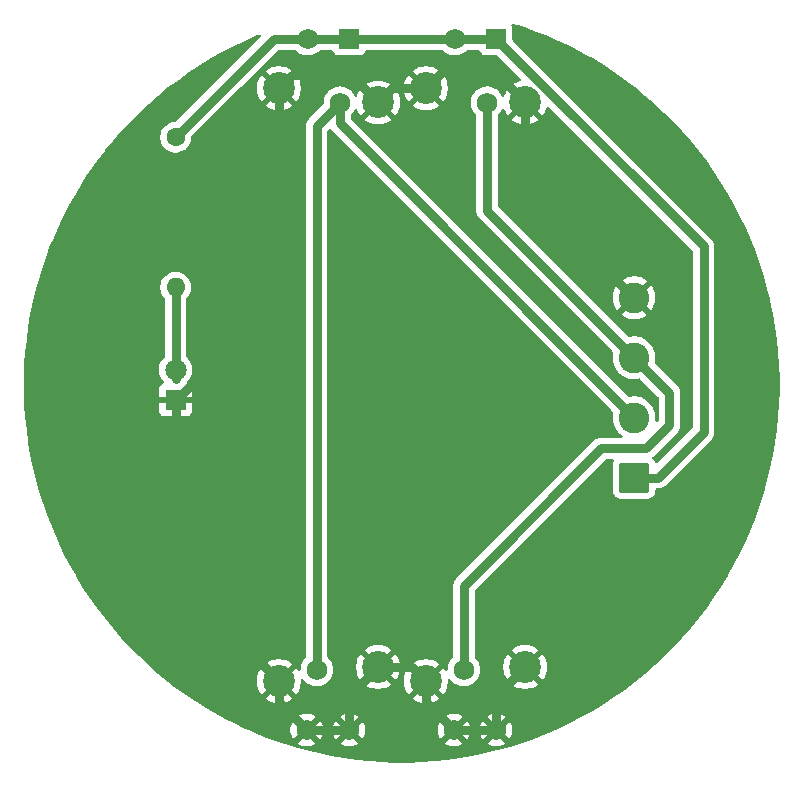
<source format=gbr>
%TF.GenerationSoftware,KiCad,Pcbnew,9.0.0*%
%TF.CreationDate,2025-03-25T15:05:35+01:00*%
%TF.ProjectId,LEDstripCtrl,4c454473-7472-4697-9043-74726c2e6b69,rev?*%
%TF.SameCoordinates,Original*%
%TF.FileFunction,Copper,L2,Bot*%
%TF.FilePolarity,Positive*%
%FSLAX46Y46*%
G04 Gerber Fmt 4.6, Leading zero omitted, Abs format (unit mm)*
G04 Created by KiCad (PCBNEW 9.0.0) date 2025-03-25 15:05:35*
%MOMM*%
%LPD*%
G01*
G04 APERTURE LIST*
G04 Aperture macros list*
%AMRoundRect*
0 Rectangle with rounded corners*
0 $1 Rounding radius*
0 $2 $3 $4 $5 $6 $7 $8 $9 X,Y pos of 4 corners*
0 Add a 4 corners polygon primitive as box body*
4,1,4,$2,$3,$4,$5,$6,$7,$8,$9,$2,$3,0*
0 Add four circle primitives for the rounded corners*
1,1,$1+$1,$2,$3*
1,1,$1+$1,$4,$5*
1,1,$1+$1,$6,$7*
1,1,$1+$1,$8,$9*
0 Add four rect primitives between the rounded corners*
20,1,$1+$1,$2,$3,$4,$5,0*
20,1,$1+$1,$4,$5,$6,$7,0*
20,1,$1+$1,$6,$7,$8,$9,0*
20,1,$1+$1,$8,$9,$2,$3,0*%
G04 Aperture macros list end*
%TA.AperFunction,ComponentPad*%
%ADD10R,1.750000X1.750000*%
%TD*%
%TA.AperFunction,ComponentPad*%
%ADD11C,1.750000*%
%TD*%
%TA.AperFunction,ComponentPad*%
%ADD12C,2.700000*%
%TD*%
%TA.AperFunction,ComponentPad*%
%ADD13R,1.800000X1.800000*%
%TD*%
%TA.AperFunction,ComponentPad*%
%ADD14C,1.800000*%
%TD*%
%TA.AperFunction,ComponentPad*%
%ADD15RoundRect,0.250000X1.050000X-1.050000X1.050000X1.050000X-1.050000X1.050000X-1.050000X-1.050000X0*%
%TD*%
%TA.AperFunction,ComponentPad*%
%ADD16C,2.600000*%
%TD*%
%TA.AperFunction,ComponentPad*%
%ADD17C,1.600000*%
%TD*%
%TA.AperFunction,ComponentPad*%
%ADD18O,1.600000X1.600000*%
%TD*%
%TA.AperFunction,Conductor*%
%ADD19C,0.800000*%
%TD*%
G04 APERTURE END LIST*
D10*
%TO.P,RV1,1,1*%
%TO.N,+3.3V*%
X144000000Y-81550000D03*
D11*
X140500000Y-81550000D03*
%TO.P,RV1,2,2*%
%TO.N,Net-(J1-Pin_2)*%
X143220000Y-86930000D03*
X141260000Y-134930000D03*
%TO.P,RV1,3,3*%
%TO.N,GNDREF*%
X144000000Y-140050000D03*
X140403500Y-140050000D03*
D12*
%TO.P,RV1,MP,MountPin*%
X138050000Y-85700000D03*
X146450000Y-86900000D03*
X146450000Y-134700000D03*
X138050000Y-135900000D03*
%TD*%
D13*
%TO.P,D1,1,K*%
%TO.N,GNDREF*%
X129300000Y-112070000D03*
D14*
%TO.P,D1,2,A*%
%TO.N,Net-(D1-A)*%
X129300000Y-109530000D03*
%TD*%
D15*
%TO.P,J1,1,Pin_1*%
%TO.N,+3.3V*%
X168122500Y-118670000D03*
D16*
%TO.P,J1,2,Pin_2*%
%TO.N,Net-(J1-Pin_2)*%
X168122500Y-113590000D03*
%TO.P,J1,3,Pin_3*%
%TO.N,Net-(J1-Pin_3)*%
X168122500Y-108510000D03*
%TO.P,J1,4,Pin_4*%
%TO.N,GNDREF*%
X168122500Y-103430000D03*
%TD*%
D10*
%TO.P,RV2,1,1*%
%TO.N,+3.3V*%
X156450000Y-81550000D03*
D11*
X152950000Y-81550000D03*
%TO.P,RV2,2,2*%
%TO.N,Net-(J1-Pin_3)*%
X155670000Y-86930000D03*
X153710000Y-134930000D03*
%TO.P,RV2,3,3*%
%TO.N,GNDREF*%
X156450000Y-140050000D03*
X152853500Y-140050000D03*
D12*
%TO.P,RV2,MP,MountPin*%
X150500000Y-85700000D03*
X158900000Y-86900000D03*
X158900000Y-134700000D03*
X150500000Y-135900000D03*
%TD*%
D17*
%TO.P,R1,1*%
%TO.N,+3.3V*%
X129300000Y-89850000D03*
D18*
%TO.P,R1,2*%
%TO.N,Net-(D1-A)*%
X129300000Y-102550000D03*
%TD*%
D19*
%TO.N,+3.3V*%
X174000000Y-99100000D02*
X174000000Y-114800000D01*
X144000000Y-81550000D02*
X152950000Y-81550000D01*
X174000000Y-114800000D02*
X170130000Y-118670000D01*
X140500000Y-81550000D02*
X144000000Y-81550000D01*
X170130000Y-118670000D02*
X168122500Y-118670000D01*
X137600000Y-81550000D02*
X140500000Y-81550000D01*
X129300000Y-89850000D02*
X137600000Y-81550000D01*
X156450000Y-81550000D02*
X174000000Y-99100000D01*
X152950000Y-81550000D02*
X156450000Y-81550000D01*
%TO.N,Net-(J1-Pin_2)*%
X141260000Y-88890000D02*
X143220000Y-86930000D01*
X168122500Y-113590000D02*
X143220000Y-88687500D01*
X143220000Y-88687500D02*
X143220000Y-86930000D01*
X141260000Y-134930000D02*
X141260000Y-88890000D01*
%TO.N,Net-(J1-Pin_3)*%
X168122500Y-108510000D02*
X171100000Y-111487500D01*
X171100000Y-114200000D02*
X169100000Y-116200000D01*
X155670000Y-96057500D02*
X155670000Y-86930000D01*
X153710000Y-127831038D02*
X153710000Y-134930000D01*
X168790000Y-108510000D02*
X168122500Y-108510000D01*
X165341038Y-116200000D02*
X153710000Y-127831038D01*
X168122500Y-108510000D02*
X155670000Y-96057500D01*
X171100000Y-111487500D02*
X171100000Y-114200000D01*
X169100000Y-116200000D02*
X165341038Y-116200000D01*
%TO.N,GNDREF*%
X129300000Y-127150000D02*
X138050000Y-135900000D01*
X144150000Y-84600000D02*
X139150000Y-84600000D01*
X150500000Y-85700000D02*
X147650000Y-85700000D01*
X138050000Y-137696500D02*
X140403500Y-140050000D01*
X156450000Y-140050000D02*
X156450000Y-137150000D01*
X156450000Y-137150000D02*
X158900000Y-134700000D01*
X158900000Y-94207500D02*
X168122500Y-103430000D01*
X138050000Y-135900000D02*
X138050000Y-137696500D01*
X158900000Y-86900000D02*
X158900000Y-94207500D01*
X156350000Y-84350000D02*
X151850000Y-84350000D01*
X152853500Y-140050000D02*
X156450000Y-140050000D01*
X149300000Y-134700000D02*
X150500000Y-135900000D01*
X129300000Y-112070000D02*
X129300000Y-127150000D01*
X144000000Y-140050000D02*
X144000000Y-137150000D01*
X146450000Y-134700000D02*
X149300000Y-134700000D01*
X158900000Y-86900000D02*
X156350000Y-84350000D01*
X140403500Y-140050000D02*
X144000000Y-140050000D01*
X150500000Y-137696500D02*
X152853500Y-140050000D01*
X138050000Y-103320000D02*
X129300000Y-112070000D01*
X146450000Y-86900000D02*
X144150000Y-84600000D01*
X144000000Y-137150000D02*
X146450000Y-134700000D01*
X150500000Y-135900000D02*
X150500000Y-137696500D01*
X139150000Y-84600000D02*
X138050000Y-85700000D01*
X147650000Y-85700000D02*
X146450000Y-86900000D01*
X138050000Y-85700000D02*
X138050000Y-103320000D01*
X151850000Y-84350000D02*
X150500000Y-85700000D01*
%TO.N,Net-(D1-A)*%
X129300000Y-102550000D02*
X129300000Y-110330000D01*
%TD*%
%TA.AperFunction,Conductor*%
%TO.N,GNDREF*%
G36*
X157898933Y-80231300D02*
G01*
X158647645Y-80468930D01*
X158651625Y-80470269D01*
X159677226Y-80834768D01*
X159681150Y-80836239D01*
X160693723Y-81235547D01*
X160697635Y-81237167D01*
X161695937Y-81670791D01*
X161699791Y-81672544D01*
X161732957Y-81688317D01*
X162682727Y-82140006D01*
X162686476Y-82141868D01*
X163652914Y-82642636D01*
X163656613Y-82644634D01*
X164055286Y-82868797D01*
X164605375Y-83178097D01*
X164609029Y-83180235D01*
X165538973Y-83745746D01*
X165542553Y-83748007D01*
X166452705Y-84344975D01*
X166456198Y-84347353D01*
X167345406Y-84975024D01*
X167348787Y-84977498D01*
X167691282Y-85237220D01*
X168216075Y-85635184D01*
X168219405Y-85637800D01*
X169063715Y-86324697D01*
X169066953Y-86327425D01*
X169887280Y-87042714D01*
X169890424Y-87045550D01*
X170685924Y-87788494D01*
X170688968Y-87791437D01*
X171458562Y-88561031D01*
X171461505Y-88564075D01*
X172204449Y-89359575D01*
X172207285Y-89362719D01*
X172922574Y-90183046D01*
X172925302Y-90186284D01*
X173612199Y-91030594D01*
X173614815Y-91033924D01*
X174272488Y-91901194D01*
X174274988Y-91904611D01*
X174902641Y-92793794D01*
X174905024Y-92797294D01*
X175501992Y-93707446D01*
X175504253Y-93711026D01*
X176069764Y-94640970D01*
X176071902Y-94644624D01*
X176605358Y-95593373D01*
X176607370Y-95597099D01*
X177108120Y-96563502D01*
X177110003Y-96567294D01*
X177577455Y-97550208D01*
X177579208Y-97554062D01*
X178012832Y-98552364D01*
X178014452Y-98556276D01*
X178413760Y-99568849D01*
X178415246Y-99572814D01*
X178779724Y-100598358D01*
X178781074Y-100602371D01*
X179110340Y-101639803D01*
X179111552Y-101643860D01*
X179405211Y-102691942D01*
X179406282Y-102696034D01*
X179610522Y-103534135D01*
X179663980Y-103753500D01*
X179664912Y-103757631D01*
X179886355Y-104823276D01*
X179887146Y-104827435D01*
X180072083Y-105900044D01*
X180072731Y-105904228D01*
X180220937Y-106982509D01*
X180221442Y-106986713D01*
X180332749Y-108069435D01*
X180333110Y-108073654D01*
X180407386Y-109159530D01*
X180407603Y-109163758D01*
X180444764Y-110251563D01*
X180444836Y-110255797D01*
X180444836Y-111344202D01*
X180444764Y-111348436D01*
X180407603Y-112436241D01*
X180407386Y-112440469D01*
X180333110Y-113526345D01*
X180332749Y-113530564D01*
X180221442Y-114613286D01*
X180220937Y-114617490D01*
X180072731Y-115695771D01*
X180072083Y-115699955D01*
X179887146Y-116772564D01*
X179886355Y-116776723D01*
X179664912Y-117842368D01*
X179663980Y-117846499D01*
X179406283Y-118903961D01*
X179405211Y-118908057D01*
X179111552Y-119956139D01*
X179110340Y-119960196D01*
X178781074Y-120997628D01*
X178779724Y-121001641D01*
X178415246Y-122027185D01*
X178413760Y-122031150D01*
X178014452Y-123043723D01*
X178012832Y-123047635D01*
X177579208Y-124045937D01*
X177577455Y-124049791D01*
X177110003Y-125032705D01*
X177108120Y-125036497D01*
X176607370Y-126002900D01*
X176605358Y-126006626D01*
X176071902Y-126955375D01*
X176069764Y-126959029D01*
X175504253Y-127888973D01*
X175501992Y-127892553D01*
X174905024Y-128802705D01*
X174902641Y-128806205D01*
X174274988Y-129695388D01*
X174272488Y-129698805D01*
X173614815Y-130566075D01*
X173612199Y-130569405D01*
X172925302Y-131413715D01*
X172922574Y-131416953D01*
X172207285Y-132237280D01*
X172204449Y-132240424D01*
X171461505Y-133035924D01*
X171458562Y-133038968D01*
X170688968Y-133808562D01*
X170685924Y-133811505D01*
X169890424Y-134554449D01*
X169887280Y-134557285D01*
X169066953Y-135272574D01*
X169063715Y-135275302D01*
X168219405Y-135962199D01*
X168216075Y-135964815D01*
X167348805Y-136622488D01*
X167345388Y-136624988D01*
X166456205Y-137252641D01*
X166452705Y-137255024D01*
X165542553Y-137851992D01*
X165538973Y-137854253D01*
X164609029Y-138419764D01*
X164605375Y-138421902D01*
X163656626Y-138955358D01*
X163652900Y-138957370D01*
X162686497Y-139458120D01*
X162682705Y-139460003D01*
X161699791Y-139927455D01*
X161695937Y-139929208D01*
X160697635Y-140362832D01*
X160693723Y-140364452D01*
X159681150Y-140763760D01*
X159677185Y-140765246D01*
X158651641Y-141129724D01*
X158647628Y-141131074D01*
X157610196Y-141460340D01*
X157606139Y-141461552D01*
X156558057Y-141755211D01*
X156553961Y-141756283D01*
X155496499Y-142013980D01*
X155492368Y-142014912D01*
X154426723Y-142236355D01*
X154422564Y-142237146D01*
X153349955Y-142422083D01*
X153345771Y-142422731D01*
X152267490Y-142570937D01*
X152263286Y-142571442D01*
X151180564Y-142682749D01*
X151176345Y-142683110D01*
X150090469Y-142757386D01*
X150086241Y-142757603D01*
X148998437Y-142794764D01*
X148994203Y-142794836D01*
X147905797Y-142794836D01*
X147901563Y-142794764D01*
X146813758Y-142757603D01*
X146809530Y-142757386D01*
X145723654Y-142683110D01*
X145719435Y-142682749D01*
X144636713Y-142571442D01*
X144632509Y-142570937D01*
X143554228Y-142422731D01*
X143550044Y-142422083D01*
X142477435Y-142237146D01*
X142473276Y-142236355D01*
X141407631Y-142014912D01*
X141403500Y-142013980D01*
X140346038Y-141756283D01*
X140341942Y-141755211D01*
X139293860Y-141461552D01*
X139289803Y-141460340D01*
X138639991Y-141254099D01*
X138252371Y-141131074D01*
X138248358Y-141129724D01*
X137537576Y-140877112D01*
X137222805Y-140765242D01*
X137218849Y-140763760D01*
X136206276Y-140364452D01*
X136202364Y-140362832D01*
X135483642Y-140050647D01*
X135233003Y-139941779D01*
X139028500Y-139941779D01*
X139028500Y-140158220D01*
X139062357Y-140371981D01*
X139129235Y-140577814D01*
X139129236Y-140577817D01*
X139227496Y-140770660D01*
X139270329Y-140829615D01*
X139270330Y-140829616D01*
X139838887Y-140261059D01*
X139844389Y-140281591D01*
X139923381Y-140418408D01*
X140035092Y-140530119D01*
X140171909Y-140609111D01*
X140192439Y-140614612D01*
X139623882Y-141183168D01*
X139682842Y-141226005D01*
X139875682Y-141324263D01*
X139875685Y-141324264D01*
X140081518Y-141391142D01*
X140295280Y-141425000D01*
X140511720Y-141425000D01*
X140725481Y-141391142D01*
X140931314Y-141324264D01*
X140931317Y-141324263D01*
X141124156Y-141226006D01*
X141183115Y-141183168D01*
X141183116Y-141183168D01*
X140614559Y-140614612D01*
X140635091Y-140609111D01*
X140771908Y-140530119D01*
X140883619Y-140418408D01*
X140962611Y-140281591D01*
X140968112Y-140261060D01*
X141536668Y-140829616D01*
X141536668Y-140829615D01*
X141579506Y-140770656D01*
X141677763Y-140577817D01*
X141677764Y-140577814D01*
X141744642Y-140371981D01*
X141778500Y-140158220D01*
X141778500Y-139941779D01*
X142625000Y-139941779D01*
X142625000Y-140158220D01*
X142658857Y-140371981D01*
X142725735Y-140577814D01*
X142725736Y-140577817D01*
X142823996Y-140770660D01*
X142866829Y-140829615D01*
X142866830Y-140829616D01*
X143435387Y-140261059D01*
X143440889Y-140281591D01*
X143519881Y-140418408D01*
X143631592Y-140530119D01*
X143768409Y-140609111D01*
X143788939Y-140614612D01*
X143220382Y-141183168D01*
X143279342Y-141226005D01*
X143472182Y-141324263D01*
X143472185Y-141324264D01*
X143678018Y-141391142D01*
X143891780Y-141425000D01*
X144108220Y-141425000D01*
X144321981Y-141391142D01*
X144527814Y-141324264D01*
X144527817Y-141324263D01*
X144720656Y-141226006D01*
X144779615Y-141183168D01*
X144779616Y-141183168D01*
X144211059Y-140614612D01*
X144231591Y-140609111D01*
X144368408Y-140530119D01*
X144480119Y-140418408D01*
X144559111Y-140281591D01*
X144564612Y-140261060D01*
X145133168Y-140829616D01*
X145133168Y-140829615D01*
X145176006Y-140770656D01*
X145274263Y-140577817D01*
X145274264Y-140577814D01*
X145341142Y-140371981D01*
X145375000Y-140158220D01*
X145375000Y-139941779D01*
X151478500Y-139941779D01*
X151478500Y-140158220D01*
X151512357Y-140371981D01*
X151579235Y-140577814D01*
X151579236Y-140577817D01*
X151677496Y-140770660D01*
X151720329Y-140829615D01*
X151720330Y-140829616D01*
X152288887Y-140261059D01*
X152294389Y-140281591D01*
X152373381Y-140418408D01*
X152485092Y-140530119D01*
X152621909Y-140609111D01*
X152642439Y-140614612D01*
X152073882Y-141183168D01*
X152132842Y-141226005D01*
X152325682Y-141324263D01*
X152325685Y-141324264D01*
X152531518Y-141391142D01*
X152745280Y-141425000D01*
X152961720Y-141425000D01*
X153175481Y-141391142D01*
X153381314Y-141324264D01*
X153381317Y-141324263D01*
X153574156Y-141226006D01*
X153633115Y-141183168D01*
X153633116Y-141183168D01*
X153064559Y-140614612D01*
X153085091Y-140609111D01*
X153221908Y-140530119D01*
X153333619Y-140418408D01*
X153412611Y-140281591D01*
X153418112Y-140261060D01*
X153986668Y-140829616D01*
X153986668Y-140829615D01*
X154029506Y-140770656D01*
X154127763Y-140577817D01*
X154127764Y-140577814D01*
X154194642Y-140371981D01*
X154228500Y-140158220D01*
X154228500Y-139941779D01*
X155075000Y-139941779D01*
X155075000Y-140158220D01*
X155108857Y-140371981D01*
X155175735Y-140577814D01*
X155175736Y-140577817D01*
X155273996Y-140770660D01*
X155316829Y-140829615D01*
X155316830Y-140829616D01*
X155885387Y-140261059D01*
X155890889Y-140281591D01*
X155969881Y-140418408D01*
X156081592Y-140530119D01*
X156218409Y-140609111D01*
X156238939Y-140614612D01*
X155670382Y-141183168D01*
X155729342Y-141226005D01*
X155922182Y-141324263D01*
X155922185Y-141324264D01*
X156128018Y-141391142D01*
X156341780Y-141425000D01*
X156558220Y-141425000D01*
X156771981Y-141391142D01*
X156977814Y-141324264D01*
X156977817Y-141324263D01*
X157170656Y-141226006D01*
X157229615Y-141183168D01*
X157229616Y-141183168D01*
X156661059Y-140614612D01*
X156681591Y-140609111D01*
X156818408Y-140530119D01*
X156930119Y-140418408D01*
X157009111Y-140281591D01*
X157014612Y-140261059D01*
X157583168Y-140829616D01*
X157583168Y-140829615D01*
X157626006Y-140770656D01*
X157724263Y-140577817D01*
X157724264Y-140577814D01*
X157791142Y-140371981D01*
X157825000Y-140158220D01*
X157825000Y-139941779D01*
X157791142Y-139728018D01*
X157724264Y-139522185D01*
X157724263Y-139522182D01*
X157626005Y-139329342D01*
X157583168Y-139270383D01*
X157583168Y-139270382D01*
X157014612Y-139838939D01*
X157009111Y-139818409D01*
X156930119Y-139681592D01*
X156818408Y-139569881D01*
X156681591Y-139490889D01*
X156661058Y-139485387D01*
X157229616Y-138916830D01*
X157229615Y-138916829D01*
X157170660Y-138873996D01*
X156977817Y-138775736D01*
X156977814Y-138775735D01*
X156771981Y-138708857D01*
X156558220Y-138675000D01*
X156341780Y-138675000D01*
X156128018Y-138708857D01*
X155922185Y-138775735D01*
X155922182Y-138775736D01*
X155729346Y-138873992D01*
X155670383Y-138916830D01*
X156238941Y-139485387D01*
X156218409Y-139490889D01*
X156081592Y-139569881D01*
X155969881Y-139681592D01*
X155890889Y-139818409D01*
X155885387Y-139838940D01*
X155316830Y-139270383D01*
X155273992Y-139329346D01*
X155175736Y-139522182D01*
X155175735Y-139522185D01*
X155108857Y-139728018D01*
X155075000Y-139941779D01*
X154228500Y-139941779D01*
X154194642Y-139728018D01*
X154127764Y-139522185D01*
X154127763Y-139522182D01*
X154029505Y-139329342D01*
X153986668Y-139270383D01*
X153986668Y-139270382D01*
X153418112Y-139838939D01*
X153412611Y-139818409D01*
X153333619Y-139681592D01*
X153221908Y-139569881D01*
X153085091Y-139490889D01*
X153064558Y-139485387D01*
X153633116Y-138916830D01*
X153633115Y-138916829D01*
X153574160Y-138873996D01*
X153381317Y-138775736D01*
X153381314Y-138775735D01*
X153175481Y-138708857D01*
X152961720Y-138675000D01*
X152745280Y-138675000D01*
X152531518Y-138708857D01*
X152325685Y-138775735D01*
X152325682Y-138775736D01*
X152132846Y-138873992D01*
X152073883Y-138916830D01*
X152642441Y-139485387D01*
X152621909Y-139490889D01*
X152485092Y-139569881D01*
X152373381Y-139681592D01*
X152294389Y-139818409D01*
X152288887Y-139838940D01*
X151720330Y-139270383D01*
X151677492Y-139329346D01*
X151579236Y-139522182D01*
X151579235Y-139522185D01*
X151512357Y-139728018D01*
X151478500Y-139941779D01*
X145375000Y-139941779D01*
X145341142Y-139728018D01*
X145274264Y-139522185D01*
X145274263Y-139522182D01*
X145176005Y-139329342D01*
X145133168Y-139270383D01*
X145133168Y-139270382D01*
X144564612Y-139838939D01*
X144559111Y-139818409D01*
X144480119Y-139681592D01*
X144368408Y-139569881D01*
X144231591Y-139490889D01*
X144211058Y-139485387D01*
X144779616Y-138916830D01*
X144779615Y-138916829D01*
X144720660Y-138873996D01*
X144527817Y-138775736D01*
X144527814Y-138775735D01*
X144321981Y-138708857D01*
X144108220Y-138675000D01*
X143891780Y-138675000D01*
X143678018Y-138708857D01*
X143472185Y-138775735D01*
X143472182Y-138775736D01*
X143279346Y-138873992D01*
X143220383Y-138916830D01*
X143788941Y-139485387D01*
X143768409Y-139490889D01*
X143631592Y-139569881D01*
X143519881Y-139681592D01*
X143440889Y-139818409D01*
X143435387Y-139838940D01*
X142866830Y-139270383D01*
X142823992Y-139329346D01*
X142725736Y-139522182D01*
X142725735Y-139522185D01*
X142658857Y-139728018D01*
X142625000Y-139941779D01*
X141778500Y-139941779D01*
X141744642Y-139728018D01*
X141677764Y-139522185D01*
X141677763Y-139522182D01*
X141579505Y-139329342D01*
X141536668Y-139270383D01*
X141536668Y-139270382D01*
X140968112Y-139838939D01*
X140962611Y-139818409D01*
X140883619Y-139681592D01*
X140771908Y-139569881D01*
X140635091Y-139490889D01*
X140614558Y-139485387D01*
X141183116Y-138916830D01*
X141183115Y-138916829D01*
X141124160Y-138873996D01*
X140931317Y-138775736D01*
X140931314Y-138775735D01*
X140725481Y-138708857D01*
X140511720Y-138675000D01*
X140295280Y-138675000D01*
X140081518Y-138708857D01*
X139875685Y-138775735D01*
X139875682Y-138775736D01*
X139682846Y-138873992D01*
X139623883Y-138916830D01*
X140192441Y-139485387D01*
X140171909Y-139490889D01*
X140035092Y-139569881D01*
X139923381Y-139681592D01*
X139844389Y-139818409D01*
X139838887Y-139838940D01*
X139270330Y-139270383D01*
X139227492Y-139329346D01*
X139129236Y-139522182D01*
X139129235Y-139522185D01*
X139062357Y-139728018D01*
X139028500Y-139941779D01*
X135233003Y-139941779D01*
X135204062Y-139929208D01*
X135200208Y-139927455D01*
X134217294Y-139460003D01*
X134213502Y-139458120D01*
X133472545Y-139074187D01*
X133247099Y-138957370D01*
X133243373Y-138955358D01*
X132294624Y-138421902D01*
X132290970Y-138419764D01*
X131361026Y-137854253D01*
X131357446Y-137851992D01*
X130712040Y-137428671D01*
X130447294Y-137255024D01*
X130443794Y-137252641D01*
X129689201Y-136719992D01*
X129554603Y-136624982D01*
X129551194Y-136622488D01*
X129455604Y-136550000D01*
X129208708Y-136362772D01*
X128683924Y-135964815D01*
X128680594Y-135962199D01*
X128568340Y-135870874D01*
X127836284Y-135275302D01*
X127833046Y-135272574D01*
X127025557Y-134568479D01*
X127025550Y-134568474D01*
X127012718Y-134557285D01*
X127009575Y-134554449D01*
X126214075Y-133811505D01*
X126211031Y-133808562D01*
X125441437Y-133038968D01*
X125438494Y-133035924D01*
X124695550Y-132240424D01*
X124692714Y-132237280D01*
X123977425Y-131416953D01*
X123974697Y-131413715D01*
X123287800Y-130569405D01*
X123285184Y-130566075D01*
X122627511Y-129698805D01*
X122625011Y-129695388D01*
X121997358Y-128806205D01*
X121994975Y-128802705D01*
X121398007Y-127892553D01*
X121395746Y-127888973D01*
X120830235Y-126959029D01*
X120828097Y-126955375D01*
X120294641Y-126006626D01*
X120292629Y-126002900D01*
X119791868Y-125036476D01*
X119789996Y-125032705D01*
X119322544Y-124049791D01*
X119320791Y-124045937D01*
X118887167Y-123047635D01*
X118885547Y-123043723D01*
X118486239Y-122031150D01*
X118484768Y-122027226D01*
X118120269Y-121001625D01*
X118118925Y-120997628D01*
X117930774Y-120404814D01*
X117789657Y-119960192D01*
X117788447Y-119956139D01*
X117765096Y-119872797D01*
X117494776Y-118908012D01*
X117493727Y-118904006D01*
X117236009Y-117846455D01*
X117235094Y-117842401D01*
X117013644Y-116776723D01*
X117012853Y-116772564D01*
X116827911Y-115699927D01*
X116827272Y-115695799D01*
X116679056Y-114617445D01*
X116678562Y-114613332D01*
X116567248Y-113530546D01*
X116566889Y-113526345D01*
X116492610Y-112440413D01*
X116492398Y-112436296D01*
X116455236Y-111348435D01*
X116455164Y-111344202D01*
X116455164Y-110255797D01*
X116455236Y-110251564D01*
X116459447Y-110128284D01*
X116483650Y-109419778D01*
X127899500Y-109419778D01*
X127899500Y-109640221D01*
X127933985Y-109857952D01*
X128002103Y-110067603D01*
X128002104Y-110067606D01*
X128070122Y-110201096D01*
X128097994Y-110255797D01*
X128102187Y-110264025D01*
X128231752Y-110442358D01*
X128231756Y-110442363D01*
X128282316Y-110492923D01*
X128315801Y-110554246D01*
X128310817Y-110623938D01*
X128268945Y-110679871D01*
X128237969Y-110696785D01*
X128157918Y-110726643D01*
X128157906Y-110726649D01*
X128042812Y-110812809D01*
X128042809Y-110812812D01*
X127956649Y-110927906D01*
X127956645Y-110927913D01*
X127906403Y-111062620D01*
X127906401Y-111062627D01*
X127900000Y-111122155D01*
X127900000Y-111820000D01*
X128924722Y-111820000D01*
X128880667Y-111896306D01*
X128850000Y-112010756D01*
X128850000Y-112129244D01*
X128880667Y-112243694D01*
X128924722Y-112320000D01*
X127900000Y-112320000D01*
X127900000Y-113017844D01*
X127906401Y-113077372D01*
X127906403Y-113077379D01*
X127956645Y-113212086D01*
X127956649Y-113212093D01*
X128042809Y-113327187D01*
X128042812Y-113327190D01*
X128157906Y-113413350D01*
X128157913Y-113413354D01*
X128292620Y-113463596D01*
X128292627Y-113463598D01*
X128352155Y-113469999D01*
X128352172Y-113470000D01*
X129050000Y-113470000D01*
X129050000Y-112445277D01*
X129126306Y-112489333D01*
X129240756Y-112520000D01*
X129359244Y-112520000D01*
X129473694Y-112489333D01*
X129550000Y-112445277D01*
X129550000Y-113470000D01*
X130247828Y-113470000D01*
X130247844Y-113469999D01*
X130307372Y-113463598D01*
X130307379Y-113463596D01*
X130442086Y-113413354D01*
X130442093Y-113413350D01*
X130557187Y-113327190D01*
X130557190Y-113327187D01*
X130643350Y-113212093D01*
X130643354Y-113212086D01*
X130693596Y-113077379D01*
X130693598Y-113077372D01*
X130699999Y-113017844D01*
X130700000Y-113017827D01*
X130700000Y-112320000D01*
X129675278Y-112320000D01*
X129719333Y-112243694D01*
X129750000Y-112129244D01*
X129750000Y-112010756D01*
X129719333Y-111896306D01*
X129675278Y-111820000D01*
X130700000Y-111820000D01*
X130700000Y-111122172D01*
X130699999Y-111122155D01*
X130693598Y-111062627D01*
X130693596Y-111062620D01*
X130643354Y-110927913D01*
X130643350Y-110927906D01*
X130557190Y-110812812D01*
X130557187Y-110812809D01*
X130442093Y-110726649D01*
X130442087Y-110726646D01*
X130362030Y-110696786D01*
X130306097Y-110654914D01*
X130281680Y-110589450D01*
X130296532Y-110521177D01*
X130317681Y-110492925D01*
X130368242Y-110442365D01*
X130497815Y-110264022D01*
X130597895Y-110067606D01*
X130666015Y-109857951D01*
X130700500Y-109640222D01*
X130700500Y-109419778D01*
X130666015Y-109202049D01*
X130597895Y-108992394D01*
X130597895Y-108992393D01*
X130531460Y-108862010D01*
X130497815Y-108795978D01*
X130485750Y-108779372D01*
X130368248Y-108617642D01*
X130368244Y-108617638D01*
X130368242Y-108617635D01*
X130236818Y-108486211D01*
X130203334Y-108424888D01*
X130200500Y-108398530D01*
X130200500Y-103540047D01*
X130220185Y-103473008D01*
X130236819Y-103452366D01*
X130259186Y-103429999D01*
X130291966Y-103397219D01*
X130291968Y-103397215D01*
X130291971Y-103397213D01*
X130353860Y-103312028D01*
X130412287Y-103231610D01*
X130505220Y-103049219D01*
X130568477Y-102854534D01*
X130600500Y-102652352D01*
X130600500Y-102447648D01*
X130568477Y-102245466D01*
X130505220Y-102050781D01*
X130505218Y-102050778D01*
X130505218Y-102050776D01*
X130443755Y-101930150D01*
X130412287Y-101868390D01*
X130404556Y-101857749D01*
X130291971Y-101702786D01*
X130147213Y-101558028D01*
X129981613Y-101437715D01*
X129981612Y-101437714D01*
X129981610Y-101437713D01*
X129924653Y-101408691D01*
X129799223Y-101344781D01*
X129604534Y-101281522D01*
X129429995Y-101253878D01*
X129402352Y-101249500D01*
X129197648Y-101249500D01*
X129173329Y-101253351D01*
X128995465Y-101281522D01*
X128800776Y-101344781D01*
X128618386Y-101437715D01*
X128452786Y-101558028D01*
X128308028Y-101702786D01*
X128187715Y-101868386D01*
X128094781Y-102050776D01*
X128031522Y-102245465D01*
X127999500Y-102447648D01*
X127999500Y-102652351D01*
X128031522Y-102854534D01*
X128094781Y-103049223D01*
X128187715Y-103231613D01*
X128308028Y-103397213D01*
X128363181Y-103452366D01*
X128396666Y-103513689D01*
X128399500Y-103540047D01*
X128399500Y-108398530D01*
X128379815Y-108465569D01*
X128363182Y-108486211D01*
X128231751Y-108617642D01*
X128102187Y-108795974D01*
X128002104Y-108992393D01*
X128002103Y-108992396D01*
X127933985Y-109202047D01*
X127899500Y-109419778D01*
X116483650Y-109419778D01*
X116492398Y-109163700D01*
X116492609Y-109159589D01*
X116566890Y-108073630D01*
X116567250Y-108069435D01*
X116575041Y-107993651D01*
X116678563Y-106986660D01*
X116679055Y-106982561D01*
X116827273Y-105904191D01*
X116827910Y-105900081D01*
X117012855Y-104827421D01*
X117013644Y-104823276D01*
X117077970Y-104513723D01*
X117235097Y-103757585D01*
X117236006Y-103753557D01*
X117493731Y-102695978D01*
X117494772Y-102692001D01*
X117788453Y-101643839D01*
X117789659Y-101639803D01*
X118118936Y-100602337D01*
X118120263Y-100598391D01*
X118484775Y-99572754D01*
X118486239Y-99568849D01*
X118503783Y-99524362D01*
X118706105Y-99011308D01*
X118885547Y-98556276D01*
X118887167Y-98552364D01*
X118898635Y-98525964D01*
X119320795Y-97554051D01*
X119322544Y-97550208D01*
X119759443Y-96631539D01*
X119790018Y-96567249D01*
X119791857Y-96563546D01*
X120292649Y-95597061D01*
X120294620Y-95593410D01*
X120828106Y-94644608D01*
X120830235Y-94640970D01*
X121395746Y-93711026D01*
X121398007Y-93707446D01*
X121749204Y-93172003D01*
X121994998Y-92797259D01*
X121997334Y-92793828D01*
X122625044Y-91904564D01*
X122627477Y-91901239D01*
X123285197Y-91033906D01*
X123287800Y-91030594D01*
X123343375Y-90962284D01*
X123974710Y-90186268D01*
X123977425Y-90183046D01*
X124002287Y-90154534D01*
X124692719Y-89362713D01*
X124695550Y-89359575D01*
X124793277Y-89254935D01*
X125438521Y-88564046D01*
X125441407Y-88561061D01*
X126211061Y-87791407D01*
X126214046Y-87788521D01*
X127009580Y-87045544D01*
X127012719Y-87042714D01*
X127017835Y-87038253D01*
X127833062Y-86327411D01*
X127836268Y-86324710D01*
X128680611Y-85637786D01*
X128683906Y-85635197D01*
X129551239Y-84977477D01*
X129554564Y-84975044D01*
X130443828Y-84347334D01*
X130447259Y-84344998D01*
X131357463Y-83747996D01*
X131361008Y-83745757D01*
X132290986Y-83180225D01*
X132294608Y-83178106D01*
X133243410Y-82644620D01*
X133247061Y-82642649D01*
X134213546Y-82141857D01*
X134217249Y-82140018D01*
X135200218Y-81672539D01*
X135204062Y-81670791D01*
X136202419Y-81237143D01*
X136206271Y-81235548D01*
X136368866Y-81171428D01*
X136438451Y-81165147D01*
X136500387Y-81197484D01*
X136535008Y-81258172D01*
X136531323Y-81327945D01*
X136502035Y-81374464D01*
X129363319Y-88513181D01*
X129301996Y-88546666D01*
X129275638Y-88549500D01*
X129197648Y-88549500D01*
X129173329Y-88553351D01*
X128995465Y-88581522D01*
X128800776Y-88644781D01*
X128618386Y-88737715D01*
X128452786Y-88858028D01*
X128308028Y-89002786D01*
X128187715Y-89168386D01*
X128094781Y-89350776D01*
X128031522Y-89545465D01*
X127999500Y-89747648D01*
X127999500Y-89952351D01*
X128031522Y-90154534D01*
X128094781Y-90349223D01*
X128187715Y-90531613D01*
X128308028Y-90697213D01*
X128452786Y-90841971D01*
X128607749Y-90954556D01*
X128618390Y-90962287D01*
X128734607Y-91021503D01*
X128800776Y-91055218D01*
X128800778Y-91055218D01*
X128800781Y-91055220D01*
X128905137Y-91089127D01*
X128995465Y-91118477D01*
X129096557Y-91134488D01*
X129197648Y-91150500D01*
X129197649Y-91150500D01*
X129402351Y-91150500D01*
X129402352Y-91150500D01*
X129604534Y-91118477D01*
X129799219Y-91055220D01*
X129981610Y-90962287D01*
X130074590Y-90894732D01*
X130147213Y-90841971D01*
X130147215Y-90841968D01*
X130147219Y-90841966D01*
X130291966Y-90697219D01*
X130291968Y-90697215D01*
X130291971Y-90697213D01*
X130344732Y-90624590D01*
X130412287Y-90531610D01*
X130505220Y-90349219D01*
X130568477Y-90154534D01*
X130600500Y-89952352D01*
X130600500Y-89874361D01*
X130620185Y-89807322D01*
X130636819Y-89786680D01*
X134844748Y-85578751D01*
X136200000Y-85578751D01*
X136200000Y-85821248D01*
X136200001Y-85821264D01*
X136231653Y-86061687D01*
X136294421Y-86295939D01*
X136387220Y-86519978D01*
X136387227Y-86519992D01*
X136508481Y-86730010D01*
X136577061Y-86819384D01*
X137295884Y-86100560D01*
X137296740Y-86102626D01*
X137389762Y-86241844D01*
X137508156Y-86360238D01*
X137647374Y-86453260D01*
X137649437Y-86454114D01*
X136930614Y-87172936D01*
X136930614Y-87172937D01*
X137019989Y-87241517D01*
X137019996Y-87241522D01*
X137230007Y-87362772D01*
X137230021Y-87362779D01*
X137454060Y-87455578D01*
X137688312Y-87518346D01*
X137928735Y-87549998D01*
X137928752Y-87550000D01*
X138171248Y-87550000D01*
X138171264Y-87549998D01*
X138411687Y-87518346D01*
X138645939Y-87455578D01*
X138869978Y-87362779D01*
X138869992Y-87362772D01*
X139080016Y-87241515D01*
X139169384Y-87172939D01*
X139169384Y-87172936D01*
X138450562Y-86454114D01*
X138452626Y-86453260D01*
X138591844Y-86360238D01*
X138710238Y-86241844D01*
X138803260Y-86102626D01*
X138804114Y-86100562D01*
X139522936Y-86819384D01*
X139522939Y-86819384D01*
X139591515Y-86730016D01*
X139712772Y-86519992D01*
X139712779Y-86519978D01*
X139805578Y-86295939D01*
X139868346Y-86061687D01*
X139899998Y-85821264D01*
X139900000Y-85821248D01*
X139900000Y-85578751D01*
X139899998Y-85578735D01*
X139868346Y-85338312D01*
X139805578Y-85104060D01*
X139712779Y-84880021D01*
X139712772Y-84880007D01*
X139591522Y-84669996D01*
X139591517Y-84669989D01*
X139522937Y-84580614D01*
X139522936Y-84580614D01*
X138804114Y-85299436D01*
X138803260Y-85297374D01*
X138710238Y-85158156D01*
X138591844Y-85039762D01*
X138452626Y-84946740D01*
X138450560Y-84945884D01*
X139169384Y-84227061D01*
X139080010Y-84158481D01*
X138869992Y-84037227D01*
X138869978Y-84037220D01*
X138645939Y-83944421D01*
X138411687Y-83881653D01*
X138171264Y-83850001D01*
X138171248Y-83850000D01*
X137928752Y-83850000D01*
X137928735Y-83850001D01*
X137688312Y-83881653D01*
X137454060Y-83944421D01*
X137230021Y-84037220D01*
X137230006Y-84037227D01*
X137019990Y-84158480D01*
X136930614Y-84227060D01*
X136930614Y-84227061D01*
X137649438Y-84945885D01*
X137647374Y-84946740D01*
X137508156Y-85039762D01*
X137389762Y-85158156D01*
X137296740Y-85297374D01*
X137295885Y-85299438D01*
X136577061Y-84580614D01*
X136577060Y-84580614D01*
X136508480Y-84669990D01*
X136387227Y-84880006D01*
X136387220Y-84880021D01*
X136294421Y-85104060D01*
X136231653Y-85338312D01*
X136200001Y-85578735D01*
X136200000Y-85578751D01*
X134844748Y-85578751D01*
X137936680Y-82486819D01*
X137998003Y-82453334D01*
X138024361Y-82450500D01*
X139403888Y-82450500D01*
X139470927Y-82470185D01*
X139491569Y-82486819D01*
X139603922Y-82599172D01*
X139779081Y-82726433D01*
X139873697Y-82774642D01*
X139971990Y-82824726D01*
X139971993Y-82824727D01*
X140074947Y-82858178D01*
X140177903Y-82891630D01*
X140391746Y-82925500D01*
X140391747Y-82925500D01*
X140608253Y-82925500D01*
X140608254Y-82925500D01*
X140822097Y-82891630D01*
X141028009Y-82824726D01*
X141220919Y-82726433D01*
X141396078Y-82599172D01*
X141508431Y-82486819D01*
X141569754Y-82453334D01*
X141596112Y-82450500D01*
X142514236Y-82450500D01*
X142581275Y-82470185D01*
X142627030Y-82522989D01*
X142630418Y-82531167D01*
X142681202Y-82667328D01*
X142681206Y-82667335D01*
X142767452Y-82782544D01*
X142767455Y-82782547D01*
X142882664Y-82868793D01*
X142882671Y-82868797D01*
X143017517Y-82919091D01*
X143017516Y-82919091D01*
X143024444Y-82919835D01*
X143077127Y-82925500D01*
X144922872Y-82925499D01*
X144982483Y-82919091D01*
X145117331Y-82868796D01*
X145232546Y-82782546D01*
X145318796Y-82667331D01*
X145369091Y-82532483D01*
X145369090Y-82532483D01*
X145369582Y-82531167D01*
X145411453Y-82475233D01*
X145476917Y-82450816D01*
X145485764Y-82450500D01*
X151853888Y-82450500D01*
X151920927Y-82470185D01*
X151941569Y-82486819D01*
X152053922Y-82599172D01*
X152229081Y-82726433D01*
X152323697Y-82774642D01*
X152421990Y-82824726D01*
X152421993Y-82824727D01*
X152524947Y-82858178D01*
X152627903Y-82891630D01*
X152841746Y-82925500D01*
X152841747Y-82925500D01*
X153058253Y-82925500D01*
X153058254Y-82925500D01*
X153272097Y-82891630D01*
X153478009Y-82824726D01*
X153670919Y-82726433D01*
X153846078Y-82599172D01*
X153958431Y-82486819D01*
X154019754Y-82453334D01*
X154046112Y-82450500D01*
X154964236Y-82450500D01*
X155031275Y-82470185D01*
X155077030Y-82522989D01*
X155080418Y-82531167D01*
X155131202Y-82667328D01*
X155131206Y-82667335D01*
X155217452Y-82782544D01*
X155217455Y-82782547D01*
X155332664Y-82868793D01*
X155332671Y-82868797D01*
X155467517Y-82919091D01*
X155467516Y-82919091D01*
X155474444Y-82919835D01*
X155527127Y-82925500D01*
X156500637Y-82925499D01*
X156567676Y-82945183D01*
X156588318Y-82961818D01*
X158520393Y-84893893D01*
X158553878Y-84955216D01*
X158548894Y-85024908D01*
X158507022Y-85080841D01*
X158464806Y-85101349D01*
X158304060Y-85144421D01*
X158080021Y-85237220D01*
X158080006Y-85237227D01*
X157869990Y-85358480D01*
X157780614Y-85427060D01*
X157780614Y-85427061D01*
X158499438Y-86145884D01*
X158497374Y-86146740D01*
X158358156Y-86239762D01*
X158239762Y-86358156D01*
X158146740Y-86497374D01*
X158145885Y-86499438D01*
X157427061Y-85780614D01*
X157427060Y-85780614D01*
X157358480Y-85869990D01*
X157237227Y-86080006D01*
X157237220Y-86080021D01*
X157144419Y-86304065D01*
X157142007Y-86313068D01*
X157105641Y-86372728D01*
X157042794Y-86403256D01*
X156973419Y-86394960D01*
X156919541Y-86350474D01*
X156911748Y-86337268D01*
X156890690Y-86295939D01*
X156846433Y-86209081D01*
X156719172Y-86033922D01*
X156566078Y-85880828D01*
X156390919Y-85753567D01*
X156198009Y-85655273D01*
X156198006Y-85655272D01*
X155992098Y-85588370D01*
X155885175Y-85571435D01*
X155778254Y-85554500D01*
X155561746Y-85554500D01*
X155490465Y-85565790D01*
X155347901Y-85588370D01*
X155141993Y-85655272D01*
X155141990Y-85655273D01*
X154949080Y-85753567D01*
X154855926Y-85821248D01*
X154773922Y-85880828D01*
X154773920Y-85880830D01*
X154773919Y-85880830D01*
X154620830Y-86033919D01*
X154620830Y-86033920D01*
X154620828Y-86033922D01*
X154587346Y-86080006D01*
X154493567Y-86209080D01*
X154395273Y-86401990D01*
X154395272Y-86401993D01*
X154328370Y-86607901D01*
X154328370Y-86607903D01*
X154294500Y-86821746D01*
X154294500Y-87038254D01*
X154295430Y-87044125D01*
X154328370Y-87252098D01*
X154395272Y-87458006D01*
X154395273Y-87458009D01*
X154493567Y-87650919D01*
X154620828Y-87826078D01*
X154620830Y-87826080D01*
X154733181Y-87938431D01*
X154766666Y-87999754D01*
X154769500Y-88026112D01*
X154769500Y-96146196D01*
X154804103Y-96320158D01*
X154804105Y-96320166D01*
X154838046Y-96402106D01*
X154871987Y-96484047D01*
X154926327Y-96565372D01*
X154929564Y-96570217D01*
X154929566Y-96570220D01*
X154970534Y-96631534D01*
X154970538Y-96631539D01*
X166332652Y-107993651D01*
X166366137Y-108054974D01*
X166364746Y-108113424D01*
X166352810Y-108157971D01*
X166352806Y-108157989D01*
X166322001Y-108391979D01*
X166322000Y-108391995D01*
X166322000Y-108628004D01*
X166322001Y-108628020D01*
X166352806Y-108862010D01*
X166413894Y-109089993D01*
X166504214Y-109308045D01*
X166504219Y-109308056D01*
X166563465Y-109410672D01*
X166622227Y-109512450D01*
X166622229Y-109512453D01*
X166622230Y-109512454D01*
X166765906Y-109699697D01*
X166765912Y-109699704D01*
X166932795Y-109866587D01*
X166932801Y-109866592D01*
X167120050Y-110010273D01*
X167219354Y-110067606D01*
X167324443Y-110128280D01*
X167324448Y-110128282D01*
X167324451Y-110128284D01*
X167542507Y-110218606D01*
X167770486Y-110279693D01*
X168004489Y-110310500D01*
X168004496Y-110310500D01*
X168240504Y-110310500D01*
X168240511Y-110310500D01*
X168474514Y-110279693D01*
X168519073Y-110267753D01*
X168588922Y-110269416D01*
X168638847Y-110299847D01*
X170163181Y-111824181D01*
X170196666Y-111885504D01*
X170199500Y-111911862D01*
X170199500Y-113775637D01*
X170179815Y-113842676D01*
X170163181Y-113863318D01*
X170121339Y-113905160D01*
X170060016Y-113938645D01*
X169990324Y-113933661D01*
X169934391Y-113891789D01*
X169909974Y-113826325D01*
X169910719Y-113801293D01*
X169922999Y-113708018D01*
X169923000Y-113708011D01*
X169923000Y-113471989D01*
X169892193Y-113237986D01*
X169831106Y-113010007D01*
X169740784Y-112791951D01*
X169740782Y-112791948D01*
X169740780Y-112791943D01*
X169698618Y-112718918D01*
X169622773Y-112587550D01*
X169479092Y-112400301D01*
X169479087Y-112400295D01*
X169312204Y-112233412D01*
X169312197Y-112233406D01*
X169124954Y-112089730D01*
X169124953Y-112089729D01*
X169124950Y-112089727D01*
X169043457Y-112042677D01*
X168920556Y-111971719D01*
X168920545Y-111971714D01*
X168702493Y-111881394D01*
X168474510Y-111820306D01*
X168240520Y-111789501D01*
X168240517Y-111789500D01*
X168240511Y-111789500D01*
X168004489Y-111789500D01*
X168004483Y-111789500D01*
X168004479Y-111789501D01*
X167770489Y-111820306D01*
X167770471Y-111820310D01*
X167725924Y-111832246D01*
X167656074Y-111830583D01*
X167606151Y-111800152D01*
X144218665Y-88412665D01*
X144156819Y-88350819D01*
X144123334Y-88289496D01*
X144120500Y-88263138D01*
X144120500Y-88026112D01*
X144140185Y-87959073D01*
X144156819Y-87938431D01*
X144165240Y-87930010D01*
X144269172Y-87826078D01*
X144396433Y-87650919D01*
X144474097Y-87498494D01*
X144522072Y-87447699D01*
X144589893Y-87430904D01*
X144656028Y-87453441D01*
X144699143Y-87507338D01*
X144787220Y-87719978D01*
X144787227Y-87719992D01*
X144908481Y-87930010D01*
X144977061Y-88019384D01*
X145695884Y-87300560D01*
X145696740Y-87302626D01*
X145789762Y-87441844D01*
X145908156Y-87560238D01*
X146047374Y-87653260D01*
X146049437Y-87654114D01*
X145330614Y-88372936D01*
X145330614Y-88372937D01*
X145419989Y-88441517D01*
X145419996Y-88441522D01*
X145630007Y-88562772D01*
X145630021Y-88562779D01*
X145854060Y-88655578D01*
X146088312Y-88718346D01*
X146328735Y-88749998D01*
X146328752Y-88750000D01*
X146571248Y-88750000D01*
X146571264Y-88749998D01*
X146811687Y-88718346D01*
X147045939Y-88655578D01*
X147269978Y-88562779D01*
X147269992Y-88562772D01*
X147480016Y-88441515D01*
X147569384Y-88372939D01*
X147569384Y-88372936D01*
X146850562Y-87654114D01*
X146852626Y-87653260D01*
X146991844Y-87560238D01*
X147110238Y-87441844D01*
X147203260Y-87302626D01*
X147204114Y-87300562D01*
X147922936Y-88019384D01*
X147922939Y-88019384D01*
X147991515Y-87930016D01*
X148112772Y-87719992D01*
X148112779Y-87719978D01*
X148205578Y-87495939D01*
X148268346Y-87261687D01*
X148288475Y-87108798D01*
X148288475Y-87108797D01*
X148299998Y-87021265D01*
X148300000Y-87021248D01*
X148300000Y-86778751D01*
X148299998Y-86778735D01*
X148268346Y-86538312D01*
X148205578Y-86304060D01*
X148112779Y-86080021D01*
X148112772Y-86080007D01*
X147991522Y-85869996D01*
X147991517Y-85869989D01*
X147922937Y-85780614D01*
X147922936Y-85780614D01*
X147204114Y-86499436D01*
X147203260Y-86497374D01*
X147110238Y-86358156D01*
X146991844Y-86239762D01*
X146852626Y-86146740D01*
X146850560Y-86145884D01*
X147417695Y-85578751D01*
X148650000Y-85578751D01*
X148650000Y-85821248D01*
X148650001Y-85821264D01*
X148681653Y-86061687D01*
X148744421Y-86295939D01*
X148837220Y-86519978D01*
X148837227Y-86519992D01*
X148958481Y-86730010D01*
X149027061Y-86819384D01*
X149745884Y-86100560D01*
X149746740Y-86102626D01*
X149839762Y-86241844D01*
X149958156Y-86360238D01*
X150097374Y-86453260D01*
X150099437Y-86454114D01*
X149380614Y-87172936D01*
X149380614Y-87172937D01*
X149469989Y-87241517D01*
X149469996Y-87241522D01*
X149680007Y-87362772D01*
X149680021Y-87362779D01*
X149904060Y-87455578D01*
X150138312Y-87518346D01*
X150378735Y-87549998D01*
X150378752Y-87550000D01*
X150621248Y-87550000D01*
X150621264Y-87549998D01*
X150861687Y-87518346D01*
X151095939Y-87455578D01*
X151319978Y-87362779D01*
X151319992Y-87362772D01*
X151530016Y-87241515D01*
X151619384Y-87172939D01*
X151619384Y-87172936D01*
X150900562Y-86454114D01*
X150902626Y-86453260D01*
X151041844Y-86360238D01*
X151160238Y-86241844D01*
X151253260Y-86102626D01*
X151254114Y-86100562D01*
X151972936Y-86819384D01*
X151972939Y-86819384D01*
X152041515Y-86730016D01*
X152162772Y-86519992D01*
X152162779Y-86519978D01*
X152255578Y-86295939D01*
X152318346Y-86061687D01*
X152349998Y-85821264D01*
X152350000Y-85821248D01*
X152350000Y-85578751D01*
X152349998Y-85578735D01*
X152318346Y-85338312D01*
X152255578Y-85104060D01*
X152162779Y-84880021D01*
X152162772Y-84880007D01*
X152041522Y-84669996D01*
X152041517Y-84669989D01*
X151972937Y-84580614D01*
X151972936Y-84580614D01*
X151254114Y-85299436D01*
X151253260Y-85297374D01*
X151160238Y-85158156D01*
X151041844Y-85039762D01*
X150902626Y-84946740D01*
X150900560Y-84945884D01*
X151619384Y-84227061D01*
X151530010Y-84158481D01*
X151319992Y-84037227D01*
X151319978Y-84037220D01*
X151095939Y-83944421D01*
X150861687Y-83881653D01*
X150621264Y-83850001D01*
X150621248Y-83850000D01*
X150378752Y-83850000D01*
X150378735Y-83850001D01*
X150138312Y-83881653D01*
X149904060Y-83944421D01*
X149680021Y-84037220D01*
X149680006Y-84037227D01*
X149469990Y-84158480D01*
X149380614Y-84227060D01*
X149380614Y-84227061D01*
X150099438Y-84945885D01*
X150097374Y-84946740D01*
X149958156Y-85039762D01*
X149839762Y-85158156D01*
X149746740Y-85297374D01*
X149745885Y-85299438D01*
X149027061Y-84580614D01*
X149027060Y-84580614D01*
X148958480Y-84669990D01*
X148837227Y-84880006D01*
X148837220Y-84880021D01*
X148744421Y-85104060D01*
X148681653Y-85338312D01*
X148650001Y-85578735D01*
X148650000Y-85578751D01*
X147417695Y-85578751D01*
X147509441Y-85487005D01*
X147569384Y-85427061D01*
X147480010Y-85358481D01*
X147269992Y-85237227D01*
X147269978Y-85237220D01*
X147045939Y-85144421D01*
X146811687Y-85081653D01*
X146571264Y-85050001D01*
X146571248Y-85050000D01*
X146328752Y-85050000D01*
X146328735Y-85050001D01*
X146088312Y-85081653D01*
X145854060Y-85144421D01*
X145630021Y-85237220D01*
X145630006Y-85237227D01*
X145419990Y-85358480D01*
X145330614Y-85427060D01*
X145330614Y-85427061D01*
X146049438Y-86145885D01*
X146047374Y-86146740D01*
X145908156Y-86239762D01*
X145789762Y-86358156D01*
X145696740Y-86497374D01*
X145695885Y-86499438D01*
X144977061Y-85780614D01*
X144977060Y-85780614D01*
X144908480Y-85869990D01*
X144787227Y-86080006D01*
X144787220Y-86080021D01*
X144694419Y-86304065D01*
X144692007Y-86313068D01*
X144655641Y-86372728D01*
X144592794Y-86403256D01*
X144523419Y-86394960D01*
X144469541Y-86350474D01*
X144461748Y-86337268D01*
X144440690Y-86295939D01*
X144396433Y-86209081D01*
X144269172Y-86033922D01*
X144116078Y-85880828D01*
X143940919Y-85753567D01*
X143748009Y-85655273D01*
X143748006Y-85655272D01*
X143556179Y-85592945D01*
X143556178Y-85592944D01*
X143542100Y-85588370D01*
X143381714Y-85562967D01*
X143328254Y-85554500D01*
X143111746Y-85554500D01*
X143040465Y-85565790D01*
X142897901Y-85588370D01*
X142691993Y-85655272D01*
X142691990Y-85655273D01*
X142499080Y-85753567D01*
X142405926Y-85821248D01*
X142323922Y-85880828D01*
X142323920Y-85880830D01*
X142323919Y-85880830D01*
X142170830Y-86033919D01*
X142170830Y-86033920D01*
X142170828Y-86033922D01*
X142137346Y-86080006D01*
X142043567Y-86209080D01*
X141945273Y-86401990D01*
X141945272Y-86401993D01*
X141878370Y-86607901D01*
X141844500Y-86821746D01*
X141844500Y-86980637D01*
X141824815Y-87047676D01*
X141808181Y-87068318D01*
X140560538Y-88315960D01*
X140560537Y-88315961D01*
X140521064Y-88375039D01*
X140521063Y-88375040D01*
X140461985Y-88463455D01*
X140428046Y-88545393D01*
X140394106Y-88627330D01*
X140394103Y-88627342D01*
X140382190Y-88687233D01*
X140359500Y-88801304D01*
X140359500Y-133833888D01*
X140339815Y-133900927D01*
X140323181Y-133921569D01*
X140210830Y-134033919D01*
X140210830Y-134033920D01*
X140210828Y-134033922D01*
X140206585Y-134039762D01*
X140083567Y-134209080D01*
X139985273Y-134401990D01*
X139985272Y-134401993D01*
X139918370Y-134607901D01*
X139884500Y-134821746D01*
X139884500Y-134914674D01*
X139864815Y-134981713D01*
X139812011Y-135027468D01*
X139742853Y-135037412D01*
X139679297Y-135008387D01*
X139653113Y-134976674D01*
X139591522Y-134869996D01*
X139591517Y-134869989D01*
X139522937Y-134780614D01*
X139522936Y-134780614D01*
X138804114Y-135499436D01*
X138803260Y-135497374D01*
X138710238Y-135358156D01*
X138591844Y-135239762D01*
X138452626Y-135146740D01*
X138450560Y-135145884D01*
X139169384Y-134427061D01*
X139080010Y-134358481D01*
X138869992Y-134237227D01*
X138869978Y-134237220D01*
X138645939Y-134144421D01*
X138411687Y-134081653D01*
X138171264Y-134050001D01*
X138171248Y-134050000D01*
X137928752Y-134050000D01*
X137928735Y-134050001D01*
X137688312Y-134081653D01*
X137454060Y-134144421D01*
X137230021Y-134237220D01*
X137230006Y-134237227D01*
X137019990Y-134358480D01*
X136930614Y-134427060D01*
X136930614Y-134427061D01*
X137649438Y-135145885D01*
X137647374Y-135146740D01*
X137508156Y-135239762D01*
X137389762Y-135358156D01*
X137296740Y-135497374D01*
X137295885Y-135499438D01*
X136577061Y-134780614D01*
X136577060Y-134780614D01*
X136508480Y-134869990D01*
X136387227Y-135080006D01*
X136387220Y-135080021D01*
X136294421Y-135304060D01*
X136231653Y-135538312D01*
X136200001Y-135778735D01*
X136200000Y-135778751D01*
X136200000Y-136021248D01*
X136200001Y-136021264D01*
X136231653Y-136261687D01*
X136294421Y-136495939D01*
X136387220Y-136719978D01*
X136387227Y-136719992D01*
X136508481Y-136930010D01*
X136577061Y-137019384D01*
X137295884Y-136300560D01*
X137296740Y-136302626D01*
X137389762Y-136441844D01*
X137508156Y-136560238D01*
X137647374Y-136653260D01*
X137649437Y-136654114D01*
X136930614Y-137372936D01*
X136930614Y-137372937D01*
X137019989Y-137441517D01*
X137019996Y-137441522D01*
X137230007Y-137562772D01*
X137230021Y-137562779D01*
X137454060Y-137655578D01*
X137688312Y-137718346D01*
X137928735Y-137749998D01*
X137928752Y-137750000D01*
X138171248Y-137750000D01*
X138171264Y-137749998D01*
X138411687Y-137718346D01*
X138645939Y-137655578D01*
X138869978Y-137562779D01*
X138869992Y-137562772D01*
X139080016Y-137441515D01*
X139169384Y-137372939D01*
X139169384Y-137372936D01*
X138450562Y-136654114D01*
X138452626Y-136653260D01*
X138591844Y-136560238D01*
X138710238Y-136441844D01*
X138803260Y-136302626D01*
X138804114Y-136300562D01*
X139522936Y-137019384D01*
X139522939Y-137019384D01*
X139591515Y-136930016D01*
X139712772Y-136719992D01*
X139712779Y-136719978D01*
X139805578Y-136495939D01*
X139868346Y-136261687D01*
X139899998Y-136021264D01*
X139900000Y-136021248D01*
X139900000Y-135779893D01*
X139919685Y-135712854D01*
X139972489Y-135667099D01*
X140041647Y-135657155D01*
X140105203Y-135686180D01*
X140124315Y-135707004D01*
X140210828Y-135826078D01*
X140363922Y-135979172D01*
X140539081Y-136106433D01*
X140620535Y-136147936D01*
X140731990Y-136204726D01*
X140731993Y-136204727D01*
X140834947Y-136238178D01*
X140937903Y-136271630D01*
X141151746Y-136305500D01*
X141151747Y-136305500D01*
X141368253Y-136305500D01*
X141368254Y-136305500D01*
X141582097Y-136271630D01*
X141788009Y-136204726D01*
X141980919Y-136106433D01*
X142156078Y-135979172D01*
X142309172Y-135826078D01*
X142436433Y-135650919D01*
X142534726Y-135458009D01*
X142601630Y-135252097D01*
X142635500Y-135038254D01*
X142635500Y-134821746D01*
X142601630Y-134607903D01*
X142592158Y-134578751D01*
X144600000Y-134578751D01*
X144600000Y-134821248D01*
X144600001Y-134821264D01*
X144631653Y-135061687D01*
X144694421Y-135295939D01*
X144787220Y-135519978D01*
X144787227Y-135519992D01*
X144908481Y-135730010D01*
X144977061Y-135819384D01*
X145695884Y-135100560D01*
X145696740Y-135102626D01*
X145789762Y-135241844D01*
X145908156Y-135360238D01*
X146047374Y-135453260D01*
X146049437Y-135454114D01*
X145330614Y-136172936D01*
X145330614Y-136172937D01*
X145419989Y-136241517D01*
X145419996Y-136241522D01*
X145630007Y-136362772D01*
X145630021Y-136362779D01*
X145854060Y-136455578D01*
X146088312Y-136518346D01*
X146328735Y-136549998D01*
X146328752Y-136550000D01*
X146571248Y-136550000D01*
X146571264Y-136549998D01*
X146811687Y-136518346D01*
X147045939Y-136455578D01*
X147269978Y-136362779D01*
X147269992Y-136362772D01*
X147480016Y-136241515D01*
X147569384Y-136172939D01*
X147569384Y-136172936D01*
X146850562Y-135454114D01*
X146852626Y-135453260D01*
X146991844Y-135360238D01*
X147110238Y-135241844D01*
X147203260Y-135102626D01*
X147204114Y-135100562D01*
X147922936Y-135819384D01*
X147922939Y-135819384D01*
X147991515Y-135730016D01*
X148001521Y-135712686D01*
X148112772Y-135519992D01*
X148112779Y-135519978D01*
X148205578Y-135295939D01*
X148268346Y-135061687D01*
X148299998Y-134821264D01*
X148300000Y-134821248D01*
X148300000Y-134578751D01*
X148299999Y-134578737D01*
X148288474Y-134491200D01*
X148288474Y-134491199D01*
X148268346Y-134338312D01*
X148205578Y-134104060D01*
X148112779Y-133880021D01*
X148112772Y-133880007D01*
X147991522Y-133669996D01*
X147991517Y-133669989D01*
X147922937Y-133580614D01*
X147922936Y-133580614D01*
X147204114Y-134299436D01*
X147203260Y-134297374D01*
X147110238Y-134158156D01*
X146991844Y-134039762D01*
X146852626Y-133946740D01*
X146850560Y-133945884D01*
X147569384Y-133227061D01*
X147480010Y-133158481D01*
X147269992Y-133037227D01*
X147269978Y-133037220D01*
X147045939Y-132944421D01*
X146811687Y-132881653D01*
X146571264Y-132850001D01*
X146571248Y-132850000D01*
X146328752Y-132850000D01*
X146328735Y-132850001D01*
X146088312Y-132881653D01*
X145854060Y-132944421D01*
X145630021Y-133037220D01*
X145630006Y-133037227D01*
X145419990Y-133158480D01*
X145330614Y-133227060D01*
X145330614Y-133227061D01*
X146049438Y-133945885D01*
X146047374Y-133946740D01*
X145908156Y-134039762D01*
X145789762Y-134158156D01*
X145696740Y-134297374D01*
X145695885Y-134299438D01*
X144977061Y-133580614D01*
X144977060Y-133580614D01*
X144908480Y-133669990D01*
X144787227Y-133880006D01*
X144787220Y-133880021D01*
X144694421Y-134104060D01*
X144631653Y-134338312D01*
X144600001Y-134578735D01*
X144600000Y-134578751D01*
X142592158Y-134578751D01*
X142577401Y-134533333D01*
X142534727Y-134401993D01*
X142534726Y-134401990D01*
X142450774Y-134237227D01*
X142436433Y-134209081D01*
X142309172Y-134033922D01*
X142196819Y-133921569D01*
X142163334Y-133860246D01*
X142160500Y-133833888D01*
X142160500Y-89314361D01*
X142169143Y-89284924D01*
X142175667Y-89254935D01*
X142179422Y-89249917D01*
X142180185Y-89247322D01*
X142196813Y-89226685D01*
X142270075Y-89153423D01*
X142331394Y-89119941D01*
X142401086Y-89124925D01*
X142457020Y-89166796D01*
X142460846Y-89172203D01*
X142497246Y-89226680D01*
X142520537Y-89261538D01*
X142520538Y-89261539D01*
X166332652Y-113073651D01*
X166366137Y-113134974D01*
X166364746Y-113193424D01*
X166352810Y-113237971D01*
X166352806Y-113237989D01*
X166322001Y-113471979D01*
X166322000Y-113471995D01*
X166322000Y-113708004D01*
X166322001Y-113708020D01*
X166352806Y-113942010D01*
X166413894Y-114169993D01*
X166504214Y-114388045D01*
X166504219Y-114388056D01*
X166547296Y-114462666D01*
X166622227Y-114592450D01*
X166622229Y-114592453D01*
X166622230Y-114592454D01*
X166765906Y-114779697D01*
X166765912Y-114779704D01*
X166932795Y-114946587D01*
X166932802Y-114946593D01*
X167102914Y-115077124D01*
X167144117Y-115133552D01*
X167148272Y-115203298D01*
X167114060Y-115264218D01*
X167052343Y-115296971D01*
X167027428Y-115299500D01*
X165252342Y-115299500D01*
X165078379Y-115334103D01*
X165078371Y-115334105D01*
X164981971Y-115374036D01*
X164981970Y-115374036D01*
X164914497Y-115401983D01*
X164914484Y-115401990D01*
X164768618Y-115499455D01*
X164768607Y-115499464D01*
X164767003Y-115500536D01*
X164767000Y-115500538D01*
X164766996Y-115500542D01*
X153010538Y-127256998D01*
X153010537Y-127256999D01*
X152973739Y-127312073D01*
X152971063Y-127316078D01*
X152911987Y-127404491D01*
X152886897Y-127465064D01*
X152884082Y-127471858D01*
X152884079Y-127471865D01*
X152844105Y-127568371D01*
X152844103Y-127568379D01*
X152809500Y-127742341D01*
X152809500Y-133833888D01*
X152789815Y-133900927D01*
X152773181Y-133921569D01*
X152660830Y-134033919D01*
X152660830Y-134033920D01*
X152660828Y-134033922D01*
X152656585Y-134039762D01*
X152533567Y-134209080D01*
X152435273Y-134401990D01*
X152435272Y-134401993D01*
X152368370Y-134607901D01*
X152334500Y-134821746D01*
X152334500Y-134914674D01*
X152314815Y-134981713D01*
X152262011Y-135027468D01*
X152192853Y-135037412D01*
X152129297Y-135008387D01*
X152103113Y-134976674D01*
X152041522Y-134869996D01*
X152041517Y-134869989D01*
X151972937Y-134780614D01*
X151972936Y-134780614D01*
X151254114Y-135499436D01*
X151253260Y-135497374D01*
X151160238Y-135358156D01*
X151041844Y-135239762D01*
X150902626Y-135146740D01*
X150900560Y-135145884D01*
X151619384Y-134427061D01*
X151530010Y-134358481D01*
X151319992Y-134237227D01*
X151319978Y-134237220D01*
X151095939Y-134144421D01*
X150861687Y-134081653D01*
X150621264Y-134050001D01*
X150621248Y-134050000D01*
X150378752Y-134050000D01*
X150378735Y-134050001D01*
X150138312Y-134081653D01*
X149904060Y-134144421D01*
X149680021Y-134237220D01*
X149680006Y-134237227D01*
X149469990Y-134358480D01*
X149380614Y-134427060D01*
X149380614Y-134427061D01*
X150099438Y-135145885D01*
X150097374Y-135146740D01*
X149958156Y-135239762D01*
X149839762Y-135358156D01*
X149746740Y-135497374D01*
X149745885Y-135499438D01*
X149027061Y-134780614D01*
X149027060Y-134780614D01*
X148958480Y-134869990D01*
X148837227Y-135080006D01*
X148837220Y-135080021D01*
X148744421Y-135304060D01*
X148681653Y-135538312D01*
X148650001Y-135778735D01*
X148650000Y-135778751D01*
X148650000Y-136021248D01*
X148650001Y-136021264D01*
X148681653Y-136261687D01*
X148744421Y-136495939D01*
X148837220Y-136719978D01*
X148837227Y-136719992D01*
X148958481Y-136930010D01*
X149027061Y-137019384D01*
X149745884Y-136300560D01*
X149746740Y-136302626D01*
X149839762Y-136441844D01*
X149958156Y-136560238D01*
X150097374Y-136653260D01*
X150099437Y-136654114D01*
X149380614Y-137372936D01*
X149380614Y-137372937D01*
X149469989Y-137441517D01*
X149469996Y-137441522D01*
X149680007Y-137562772D01*
X149680021Y-137562779D01*
X149904060Y-137655578D01*
X150138312Y-137718346D01*
X150378735Y-137749998D01*
X150378752Y-137750000D01*
X150621248Y-137750000D01*
X150621264Y-137749998D01*
X150861687Y-137718346D01*
X151095939Y-137655578D01*
X151319978Y-137562779D01*
X151319992Y-137562772D01*
X151530016Y-137441515D01*
X151619384Y-137372939D01*
X151619384Y-137372936D01*
X150900562Y-136654114D01*
X150902626Y-136653260D01*
X151041844Y-136560238D01*
X151160238Y-136441844D01*
X151253260Y-136302626D01*
X151254114Y-136300562D01*
X151972936Y-137019384D01*
X151972939Y-137019384D01*
X152041515Y-136930016D01*
X152162772Y-136719992D01*
X152162779Y-136719978D01*
X152255578Y-136495939D01*
X152318346Y-136261687D01*
X152349998Y-136021264D01*
X152350000Y-136021248D01*
X152350000Y-135779893D01*
X152369685Y-135712854D01*
X152422489Y-135667099D01*
X152491647Y-135657155D01*
X152555203Y-135686180D01*
X152574315Y-135707004D01*
X152660828Y-135826078D01*
X152813922Y-135979172D01*
X152989081Y-136106433D01*
X153070535Y-136147936D01*
X153181990Y-136204726D01*
X153181993Y-136204727D01*
X153284947Y-136238178D01*
X153387903Y-136271630D01*
X153601746Y-136305500D01*
X153601747Y-136305500D01*
X153818253Y-136305500D01*
X153818254Y-136305500D01*
X154032097Y-136271630D01*
X154238009Y-136204726D01*
X154430919Y-136106433D01*
X154606078Y-135979172D01*
X154759172Y-135826078D01*
X154886433Y-135650919D01*
X154984726Y-135458009D01*
X155051630Y-135252097D01*
X155085500Y-135038254D01*
X155085500Y-134821746D01*
X155051630Y-134607903D01*
X155042158Y-134578751D01*
X157050000Y-134578751D01*
X157050000Y-134821248D01*
X157050001Y-134821264D01*
X157081653Y-135061687D01*
X157144421Y-135295939D01*
X157237220Y-135519978D01*
X157237227Y-135519992D01*
X157358481Y-135730010D01*
X157427061Y-135819384D01*
X158145884Y-135100560D01*
X158146740Y-135102626D01*
X158239762Y-135241844D01*
X158358156Y-135360238D01*
X158497374Y-135453260D01*
X158499437Y-135454114D01*
X157780614Y-136172936D01*
X157780614Y-136172937D01*
X157869989Y-136241517D01*
X157869996Y-136241522D01*
X158080007Y-136362772D01*
X158080021Y-136362779D01*
X158304060Y-136455578D01*
X158538312Y-136518346D01*
X158778735Y-136549998D01*
X158778752Y-136550000D01*
X159021248Y-136550000D01*
X159021264Y-136549998D01*
X159261687Y-136518346D01*
X159495939Y-136455578D01*
X159719978Y-136362779D01*
X159719992Y-136362772D01*
X159930016Y-136241515D01*
X160019384Y-136172939D01*
X160019384Y-136172936D01*
X159300562Y-135454114D01*
X159302626Y-135453260D01*
X159441844Y-135360238D01*
X159560238Y-135241844D01*
X159653260Y-135102626D01*
X159654114Y-135100562D01*
X160372936Y-135819384D01*
X160372939Y-135819384D01*
X160441515Y-135730016D01*
X160562772Y-135519992D01*
X160562779Y-135519978D01*
X160655578Y-135295939D01*
X160718346Y-135061687D01*
X160749998Y-134821264D01*
X160750000Y-134821248D01*
X160750000Y-134578751D01*
X160749998Y-134578735D01*
X160718346Y-134338312D01*
X160655578Y-134104060D01*
X160562779Y-133880021D01*
X160562772Y-133880007D01*
X160441522Y-133669996D01*
X160441517Y-133669989D01*
X160372937Y-133580614D01*
X160372936Y-133580614D01*
X159654114Y-134299436D01*
X159653260Y-134297374D01*
X159560238Y-134158156D01*
X159441844Y-134039762D01*
X159302626Y-133946740D01*
X159300560Y-133945884D01*
X160019384Y-133227061D01*
X159930010Y-133158481D01*
X159719992Y-133037227D01*
X159719978Y-133037220D01*
X159495939Y-132944421D01*
X159261687Y-132881653D01*
X159021264Y-132850001D01*
X159021248Y-132850000D01*
X158778752Y-132850000D01*
X158778735Y-132850001D01*
X158538312Y-132881653D01*
X158304060Y-132944421D01*
X158080021Y-133037220D01*
X158080006Y-133037227D01*
X157869990Y-133158480D01*
X157780614Y-133227060D01*
X157780614Y-133227061D01*
X158499438Y-133945885D01*
X158497374Y-133946740D01*
X158358156Y-134039762D01*
X158239762Y-134158156D01*
X158146740Y-134297374D01*
X158145885Y-134299438D01*
X157427061Y-133580614D01*
X157427060Y-133580614D01*
X157358480Y-133669990D01*
X157237227Y-133880006D01*
X157237220Y-133880021D01*
X157144421Y-134104060D01*
X157081653Y-134338312D01*
X157050001Y-134578735D01*
X157050000Y-134578751D01*
X155042158Y-134578751D01*
X155027401Y-134533333D01*
X154984727Y-134401993D01*
X154984726Y-134401990D01*
X154900774Y-134237227D01*
X154886433Y-134209081D01*
X154759172Y-134033922D01*
X154646819Y-133921569D01*
X154613334Y-133860246D01*
X154610500Y-133833888D01*
X154610500Y-128255399D01*
X154630185Y-128188360D01*
X154646819Y-128167718D01*
X165677718Y-117136819D01*
X165739041Y-117103334D01*
X165765399Y-117100500D01*
X166288975Y-117100500D01*
X166356014Y-117120185D01*
X166401769Y-117172989D01*
X166411713Y-117242147D01*
X166394513Y-117289597D01*
X166387690Y-117300657D01*
X166387686Y-117300666D01*
X166332501Y-117467203D01*
X166332501Y-117467204D01*
X166332500Y-117467204D01*
X166322000Y-117569983D01*
X166322000Y-119770001D01*
X166322001Y-119770018D01*
X166332500Y-119872796D01*
X166332501Y-119872799D01*
X166360118Y-119956139D01*
X166387686Y-120039334D01*
X166479788Y-120188656D01*
X166603844Y-120312712D01*
X166753166Y-120404814D01*
X166919703Y-120459999D01*
X167022491Y-120470500D01*
X169222508Y-120470499D01*
X169325297Y-120459999D01*
X169491834Y-120404814D01*
X169641156Y-120312712D01*
X169765212Y-120188656D01*
X169857314Y-120039334D01*
X169912499Y-119872797D01*
X169923000Y-119770009D01*
X169923000Y-119694500D01*
X169942685Y-119627461D01*
X169995489Y-119581706D01*
X170047000Y-119570500D01*
X170218693Y-119570500D01*
X170218694Y-119570499D01*
X170392666Y-119535895D01*
X170474606Y-119501953D01*
X170556547Y-119468013D01*
X170644959Y-119408936D01*
X170704036Y-119369464D01*
X174699463Y-115374036D01*
X174705876Y-115364438D01*
X174709049Y-115359691D01*
X174798009Y-115226553D01*
X174798009Y-115226552D01*
X174798013Y-115226547D01*
X174865894Y-115062666D01*
X174900500Y-114888691D01*
X174900500Y-99011309D01*
X174900500Y-99011308D01*
X174865895Y-98837334D01*
X174831953Y-98755393D01*
X174798013Y-98673453D01*
X174718412Y-98554322D01*
X174699464Y-98525964D01*
X174699462Y-98525961D01*
X157861818Y-81688317D01*
X157828333Y-81626994D01*
X157825499Y-81600636D01*
X157825499Y-80627129D01*
X157825498Y-80627123D01*
X157823999Y-80613181D01*
X157820112Y-80577011D01*
X157819091Y-80567516D01*
X157768797Y-80432671D01*
X157768793Y-80432664D01*
X157762159Y-80423802D01*
X157737741Y-80358338D01*
X157752592Y-80290065D01*
X157801997Y-80240659D01*
X157870270Y-80225807D01*
X157898933Y-80231300D01*
G37*
%TD.AperFunction*%
%TA.AperFunction,Conductor*%
G36*
X160867237Y-87253299D02*
G01*
X160906106Y-87279606D01*
X173063181Y-99436681D01*
X173096666Y-99498004D01*
X173099500Y-99524362D01*
X173099500Y-114375638D01*
X173079815Y-114442677D01*
X173063181Y-114463319D01*
X170091188Y-117435311D01*
X170029865Y-117468796D01*
X169960173Y-117463812D01*
X169904240Y-117421940D01*
X169885801Y-117386634D01*
X169857314Y-117300666D01*
X169765212Y-117151344D01*
X169681365Y-117067497D01*
X169647880Y-117006174D01*
X169652864Y-116936482D01*
X169681365Y-116892135D01*
X171799462Y-114774038D01*
X171799464Y-114774036D01*
X171841376Y-114711309D01*
X171898013Y-114626547D01*
X171934966Y-114537334D01*
X171965895Y-114462666D01*
X172000500Y-114288692D01*
X172000500Y-114111308D01*
X172000500Y-111398809D01*
X171990061Y-111346329D01*
X171965895Y-111224834D01*
X171910551Y-111091222D01*
X171898014Y-111060955D01*
X171898009Y-111060946D01*
X171799464Y-110913464D01*
X171799461Y-110913460D01*
X169912347Y-109026347D01*
X169878862Y-108965024D01*
X169880252Y-108906574D01*
X169892193Y-108862014D01*
X169923000Y-108628011D01*
X169923000Y-108391989D01*
X169892193Y-108157986D01*
X169831106Y-107930007D01*
X169740784Y-107711951D01*
X169740782Y-107711948D01*
X169740780Y-107711943D01*
X169698618Y-107638918D01*
X169622773Y-107507550D01*
X169479092Y-107320301D01*
X169479087Y-107320295D01*
X169312204Y-107153412D01*
X169312197Y-107153406D01*
X169124954Y-107009730D01*
X169124953Y-107009729D01*
X169124950Y-107009727D01*
X169043457Y-106962677D01*
X168920556Y-106891719D01*
X168920545Y-106891714D01*
X168702493Y-106801394D01*
X168474510Y-106740306D01*
X168240520Y-106709501D01*
X168240517Y-106709500D01*
X168240511Y-106709500D01*
X168004489Y-106709500D01*
X168004483Y-106709500D01*
X168004479Y-106709501D01*
X167770489Y-106740306D01*
X167770471Y-106740310D01*
X167725924Y-106752246D01*
X167656074Y-106750583D01*
X167606151Y-106720152D01*
X164198013Y-103312014D01*
X166322500Y-103312014D01*
X166322500Y-103547985D01*
X166353299Y-103781914D01*
X166414370Y-104009837D01*
X166504660Y-104227819D01*
X166504665Y-104227828D01*
X166622644Y-104432171D01*
X166622645Y-104432172D01*
X166685221Y-104513723D01*
X167521458Y-103677487D01*
X167546478Y-103737890D01*
X167617612Y-103844351D01*
X167708149Y-103934888D01*
X167814610Y-104006022D01*
X167875011Y-104031041D01*
X167038775Y-104867277D01*
X167120327Y-104929854D01*
X167120328Y-104929855D01*
X167324671Y-105047834D01*
X167324680Y-105047839D01*
X167542663Y-105138129D01*
X167542661Y-105138129D01*
X167770585Y-105199200D01*
X168004514Y-105229999D01*
X168004529Y-105230000D01*
X168240471Y-105230000D01*
X168240485Y-105229999D01*
X168474414Y-105199200D01*
X168702337Y-105138129D01*
X168920319Y-105047839D01*
X168920328Y-105047834D01*
X169124681Y-104929850D01*
X169206223Y-104867279D01*
X169206223Y-104867276D01*
X168369987Y-104031041D01*
X168430390Y-104006022D01*
X168536851Y-103934888D01*
X168627388Y-103844351D01*
X168698522Y-103737890D01*
X168723541Y-103677488D01*
X169559776Y-104513723D01*
X169559779Y-104513723D01*
X169622350Y-104432181D01*
X169740334Y-104227828D01*
X169740339Y-104227819D01*
X169830629Y-104009837D01*
X169891700Y-103781914D01*
X169922499Y-103547985D01*
X169922500Y-103547971D01*
X169922500Y-103312028D01*
X169922499Y-103312014D01*
X169891700Y-103078085D01*
X169830629Y-102850162D01*
X169740339Y-102632180D01*
X169740334Y-102632171D01*
X169622355Y-102427828D01*
X169622354Y-102427827D01*
X169559777Y-102346275D01*
X168723541Y-103182511D01*
X168698522Y-103122110D01*
X168627388Y-103015649D01*
X168536851Y-102925112D01*
X168430390Y-102853978D01*
X168369988Y-102828958D01*
X169206223Y-101992721D01*
X169124672Y-101930145D01*
X169124671Y-101930144D01*
X168920328Y-101812165D01*
X168920319Y-101812160D01*
X168702336Y-101721870D01*
X168702338Y-101721870D01*
X168474414Y-101660799D01*
X168240485Y-101630000D01*
X168004514Y-101630000D01*
X167770585Y-101660799D01*
X167542662Y-101721870D01*
X167324680Y-101812160D01*
X167324671Y-101812165D01*
X167120328Y-101930144D01*
X167120318Y-101930150D01*
X167038775Y-101992720D01*
X167038775Y-101992721D01*
X167875012Y-102828958D01*
X167814610Y-102853978D01*
X167708149Y-102925112D01*
X167617612Y-103015649D01*
X167546478Y-103122110D01*
X167521458Y-103182511D01*
X166685221Y-102346275D01*
X166685220Y-102346275D01*
X166622650Y-102427818D01*
X166622644Y-102427828D01*
X166504665Y-102632171D01*
X166504660Y-102632180D01*
X166414370Y-102850162D01*
X166353299Y-103078085D01*
X166322500Y-103312014D01*
X164198013Y-103312014D01*
X163014354Y-102128355D01*
X161488370Y-100602371D01*
X156606819Y-95720819D01*
X156573334Y-95659496D01*
X156570500Y-95633138D01*
X156570500Y-88026112D01*
X156590185Y-87959073D01*
X156606819Y-87938431D01*
X156615240Y-87930010D01*
X156719172Y-87826078D01*
X156846433Y-87650919D01*
X156924097Y-87498494D01*
X156972072Y-87447699D01*
X157039893Y-87430904D01*
X157106028Y-87453441D01*
X157149143Y-87507338D01*
X157237220Y-87719978D01*
X157237227Y-87719992D01*
X157358481Y-87930010D01*
X157427061Y-88019384D01*
X158145884Y-87300560D01*
X158146740Y-87302626D01*
X158239762Y-87441844D01*
X158358156Y-87560238D01*
X158497374Y-87653260D01*
X158499437Y-87654114D01*
X157780614Y-88372936D01*
X157780614Y-88372937D01*
X157869989Y-88441517D01*
X157869996Y-88441522D01*
X158080007Y-88562772D01*
X158080021Y-88562779D01*
X158304060Y-88655578D01*
X158538312Y-88718346D01*
X158778735Y-88749998D01*
X158778752Y-88750000D01*
X159021248Y-88750000D01*
X159021264Y-88749998D01*
X159261687Y-88718346D01*
X159495939Y-88655578D01*
X159719978Y-88562779D01*
X159719992Y-88562772D01*
X159930016Y-88441515D01*
X160019384Y-88372939D01*
X160019384Y-88372936D01*
X159300562Y-87654114D01*
X159302626Y-87653260D01*
X159441844Y-87560238D01*
X159560238Y-87441844D01*
X159653260Y-87302626D01*
X159654114Y-87300561D01*
X160372936Y-88019384D01*
X160372939Y-88019384D01*
X160441515Y-87930016D01*
X160562772Y-87719992D01*
X160562779Y-87719978D01*
X160655579Y-87495937D01*
X160698650Y-87335194D01*
X160735015Y-87275533D01*
X160797862Y-87245004D01*
X160867237Y-87253299D01*
G37*
%TD.AperFunction*%
%TD*%
M02*

</source>
